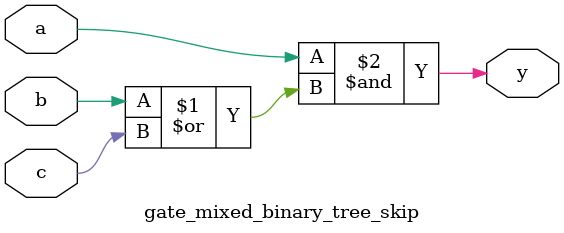
<source format=sv>
module gate_mixed_binary_tree_skip(
  input logic a,
  input logic b,
  input logic c,
  output logic y
);
  // Mixed operator tree; only flat same-operator trees are currently lowered.
  assign y = a & (b | c);
endmodule

</source>
